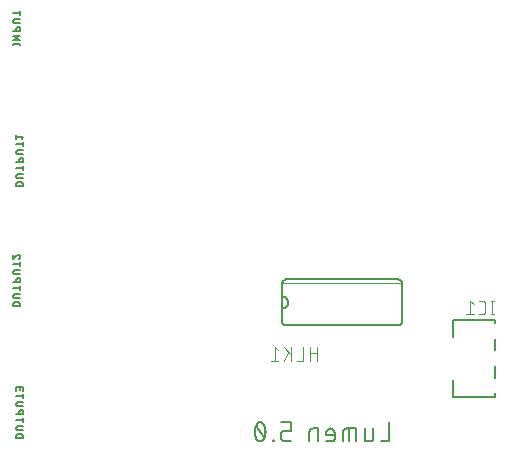
<source format=gbr>
G04 EAGLE Gerber RS-274X export*
G75*
%MOMM*%
%FSLAX34Y34*%
%LPD*%
%INSilkscreen Bottom*%
%IPPOS*%
%AMOC8*
5,1,8,0,0,1.08239X$1,22.5*%
G01*
%ADD10C,0.152400*%
%ADD11C,0.101600*%
%ADD12C,0.050800*%


D10*
X542798Y17018D02*
X542798Y762D01*
X535573Y762D01*
X529420Y3471D02*
X529420Y11599D01*
X529419Y3471D02*
X529417Y3370D01*
X529411Y3269D01*
X529402Y3168D01*
X529389Y3067D01*
X529372Y2967D01*
X529351Y2868D01*
X529327Y2770D01*
X529299Y2673D01*
X529267Y2576D01*
X529232Y2481D01*
X529193Y2388D01*
X529151Y2296D01*
X529105Y2205D01*
X529056Y2116D01*
X529004Y2030D01*
X528948Y1945D01*
X528890Y1862D01*
X528828Y1782D01*
X528763Y1704D01*
X528696Y1628D01*
X528626Y1555D01*
X528553Y1485D01*
X528477Y1418D01*
X528399Y1353D01*
X528319Y1291D01*
X528236Y1233D01*
X528151Y1177D01*
X528065Y1125D01*
X527976Y1076D01*
X527885Y1030D01*
X527793Y988D01*
X527700Y949D01*
X527605Y914D01*
X527508Y882D01*
X527411Y854D01*
X527313Y830D01*
X527214Y809D01*
X527114Y792D01*
X527013Y779D01*
X526912Y770D01*
X526811Y764D01*
X526710Y762D01*
X522195Y762D01*
X522195Y11599D01*
X514553Y11599D02*
X514553Y762D01*
X514553Y11599D02*
X506425Y11599D01*
X506324Y11597D01*
X506223Y11591D01*
X506122Y11582D01*
X506021Y11569D01*
X505921Y11552D01*
X505822Y11531D01*
X505724Y11507D01*
X505627Y11479D01*
X505530Y11447D01*
X505435Y11412D01*
X505342Y11373D01*
X505250Y11331D01*
X505159Y11285D01*
X505071Y11236D01*
X504984Y11184D01*
X504899Y11128D01*
X504816Y11070D01*
X504736Y11008D01*
X504658Y10943D01*
X504582Y10876D01*
X504509Y10806D01*
X504439Y10733D01*
X504372Y10657D01*
X504307Y10579D01*
X504245Y10499D01*
X504187Y10416D01*
X504131Y10331D01*
X504079Y10244D01*
X504030Y10156D01*
X503984Y10065D01*
X503942Y9973D01*
X503903Y9880D01*
X503868Y9785D01*
X503836Y9688D01*
X503808Y9591D01*
X503784Y9493D01*
X503763Y9394D01*
X503746Y9294D01*
X503733Y9193D01*
X503724Y9092D01*
X503718Y8991D01*
X503716Y8890D01*
X503715Y8890D02*
X503715Y762D01*
X509134Y762D02*
X509134Y11599D01*
X493885Y762D02*
X489369Y762D01*
X493885Y762D02*
X493986Y764D01*
X494087Y770D01*
X494188Y779D01*
X494289Y792D01*
X494389Y809D01*
X494488Y830D01*
X494586Y854D01*
X494683Y882D01*
X494780Y914D01*
X494875Y949D01*
X494968Y988D01*
X495060Y1030D01*
X495151Y1076D01*
X495240Y1125D01*
X495326Y1177D01*
X495411Y1233D01*
X495494Y1291D01*
X495574Y1353D01*
X495652Y1418D01*
X495728Y1485D01*
X495801Y1555D01*
X495871Y1628D01*
X495938Y1704D01*
X496003Y1782D01*
X496065Y1862D01*
X496123Y1945D01*
X496179Y2030D01*
X496231Y2116D01*
X496280Y2205D01*
X496326Y2296D01*
X496368Y2388D01*
X496407Y2481D01*
X496442Y2576D01*
X496474Y2673D01*
X496502Y2770D01*
X496526Y2868D01*
X496547Y2967D01*
X496564Y3067D01*
X496577Y3168D01*
X496586Y3269D01*
X496592Y3370D01*
X496594Y3471D01*
X496594Y7987D01*
X496592Y8106D01*
X496586Y8226D01*
X496576Y8345D01*
X496562Y8463D01*
X496545Y8582D01*
X496523Y8699D01*
X496498Y8816D01*
X496468Y8931D01*
X496435Y9046D01*
X496398Y9160D01*
X496358Y9272D01*
X496313Y9383D01*
X496265Y9492D01*
X496214Y9600D01*
X496159Y9706D01*
X496100Y9810D01*
X496038Y9912D01*
X495973Y10012D01*
X495904Y10110D01*
X495832Y10206D01*
X495757Y10299D01*
X495680Y10389D01*
X495599Y10477D01*
X495515Y10562D01*
X495428Y10644D01*
X495339Y10724D01*
X495247Y10800D01*
X495153Y10874D01*
X495056Y10944D01*
X494958Y11011D01*
X494857Y11075D01*
X494753Y11135D01*
X494648Y11192D01*
X494541Y11245D01*
X494433Y11295D01*
X494323Y11341D01*
X494211Y11383D01*
X494098Y11422D01*
X493984Y11457D01*
X493869Y11488D01*
X493752Y11516D01*
X493635Y11539D01*
X493518Y11559D01*
X493399Y11575D01*
X493280Y11587D01*
X493161Y11595D01*
X493042Y11599D01*
X492922Y11599D01*
X492803Y11595D01*
X492684Y11587D01*
X492565Y11575D01*
X492446Y11559D01*
X492329Y11539D01*
X492212Y11516D01*
X492095Y11488D01*
X491980Y11457D01*
X491866Y11422D01*
X491753Y11383D01*
X491641Y11341D01*
X491531Y11295D01*
X491423Y11245D01*
X491316Y11192D01*
X491211Y11135D01*
X491107Y11075D01*
X491006Y11011D01*
X490908Y10944D01*
X490811Y10874D01*
X490717Y10800D01*
X490625Y10724D01*
X490536Y10644D01*
X490449Y10562D01*
X490365Y10477D01*
X490284Y10389D01*
X490207Y10299D01*
X490132Y10206D01*
X490060Y10110D01*
X489991Y10012D01*
X489926Y9912D01*
X489864Y9810D01*
X489805Y9706D01*
X489750Y9600D01*
X489699Y9492D01*
X489651Y9383D01*
X489606Y9272D01*
X489566Y9160D01*
X489529Y9046D01*
X489496Y8931D01*
X489466Y8816D01*
X489441Y8699D01*
X489419Y8582D01*
X489402Y8463D01*
X489388Y8345D01*
X489378Y8226D01*
X489372Y8106D01*
X489370Y7987D01*
X489369Y7987D02*
X489369Y6181D01*
X496594Y6181D01*
X482526Y762D02*
X482526Y11599D01*
X478011Y11599D01*
X477907Y11597D01*
X477804Y11591D01*
X477700Y11581D01*
X477597Y11567D01*
X477495Y11549D01*
X477394Y11528D01*
X477293Y11502D01*
X477194Y11473D01*
X477095Y11440D01*
X476998Y11403D01*
X476903Y11362D01*
X476809Y11318D01*
X476717Y11270D01*
X476627Y11219D01*
X476538Y11164D01*
X476452Y11106D01*
X476369Y11044D01*
X476287Y10980D01*
X476209Y10912D01*
X476133Y10842D01*
X476059Y10769D01*
X475989Y10692D01*
X475921Y10614D01*
X475857Y10532D01*
X475795Y10449D01*
X475737Y10363D01*
X475682Y10274D01*
X475631Y10184D01*
X475583Y10092D01*
X475539Y9998D01*
X475498Y9903D01*
X475461Y9806D01*
X475428Y9707D01*
X475399Y9608D01*
X475373Y9507D01*
X475352Y9406D01*
X475334Y9304D01*
X475320Y9201D01*
X475310Y9097D01*
X475304Y8994D01*
X475302Y8890D01*
X475301Y8890D02*
X475301Y762D01*
X459982Y762D02*
X454564Y762D01*
X454446Y764D01*
X454328Y770D01*
X454210Y779D01*
X454093Y793D01*
X453976Y810D01*
X453859Y831D01*
X453744Y856D01*
X453629Y885D01*
X453515Y918D01*
X453403Y954D01*
X453292Y994D01*
X453182Y1037D01*
X453073Y1084D01*
X452966Y1134D01*
X452861Y1189D01*
X452758Y1246D01*
X452657Y1307D01*
X452557Y1371D01*
X452460Y1438D01*
X452365Y1508D01*
X452273Y1582D01*
X452182Y1658D01*
X452095Y1738D01*
X452010Y1820D01*
X451928Y1905D01*
X451848Y1992D01*
X451772Y2083D01*
X451698Y2175D01*
X451628Y2270D01*
X451561Y2367D01*
X451497Y2467D01*
X451436Y2568D01*
X451379Y2671D01*
X451324Y2776D01*
X451274Y2883D01*
X451227Y2992D01*
X451184Y3102D01*
X451144Y3213D01*
X451108Y3325D01*
X451075Y3439D01*
X451046Y3554D01*
X451021Y3669D01*
X451000Y3786D01*
X450983Y3903D01*
X450969Y4020D01*
X450960Y4138D01*
X450954Y4256D01*
X450952Y4374D01*
X450951Y4374D02*
X450951Y6181D01*
X450952Y6181D02*
X450954Y6299D01*
X450960Y6417D01*
X450969Y6535D01*
X450983Y6652D01*
X451000Y6769D01*
X451021Y6886D01*
X451046Y7001D01*
X451075Y7116D01*
X451108Y7230D01*
X451144Y7342D01*
X451184Y7453D01*
X451227Y7563D01*
X451274Y7672D01*
X451324Y7779D01*
X451379Y7884D01*
X451436Y7987D01*
X451497Y8088D01*
X451561Y8188D01*
X451628Y8285D01*
X451698Y8380D01*
X451772Y8472D01*
X451848Y8563D01*
X451928Y8650D01*
X452010Y8735D01*
X452095Y8817D01*
X452182Y8897D01*
X452273Y8973D01*
X452365Y9047D01*
X452460Y9117D01*
X452557Y9184D01*
X452657Y9248D01*
X452758Y9309D01*
X452861Y9366D01*
X452966Y9421D01*
X453073Y9471D01*
X453182Y9518D01*
X453292Y9561D01*
X453403Y9601D01*
X453515Y9637D01*
X453629Y9670D01*
X453744Y9699D01*
X453859Y9724D01*
X453976Y9745D01*
X454093Y9762D01*
X454210Y9776D01*
X454328Y9785D01*
X454446Y9791D01*
X454564Y9793D01*
X459982Y9793D01*
X459982Y17018D01*
X450951Y17018D01*
X444977Y1665D02*
X444977Y762D01*
X444977Y1665D02*
X444073Y1665D01*
X444073Y762D01*
X444977Y762D01*
X438098Y8890D02*
X438094Y9210D01*
X438083Y9529D01*
X438064Y9849D01*
X438037Y10167D01*
X438003Y10485D01*
X437961Y10802D01*
X437911Y11118D01*
X437854Y11433D01*
X437790Y11746D01*
X437718Y12058D01*
X437639Y12368D01*
X437552Y12675D01*
X437458Y12981D01*
X437357Y13284D01*
X437248Y13585D01*
X437133Y13883D01*
X437010Y14179D01*
X436880Y14471D01*
X436743Y14760D01*
X436744Y14761D02*
X436705Y14869D01*
X436662Y14976D01*
X436616Y15081D01*
X436565Y15185D01*
X436512Y15287D01*
X436455Y15387D01*
X436394Y15485D01*
X436330Y15580D01*
X436263Y15674D01*
X436192Y15765D01*
X436119Y15854D01*
X436042Y15940D01*
X435963Y16023D01*
X435881Y16104D01*
X435796Y16182D01*
X435708Y16256D01*
X435618Y16328D01*
X435526Y16396D01*
X435431Y16462D01*
X435334Y16524D01*
X435235Y16582D01*
X435133Y16638D01*
X435031Y16689D01*
X434926Y16737D01*
X434820Y16782D01*
X434712Y16823D01*
X434603Y16860D01*
X434493Y16893D01*
X434381Y16922D01*
X434269Y16948D01*
X434156Y16970D01*
X434042Y16987D01*
X433928Y17001D01*
X433813Y17011D01*
X433698Y17017D01*
X433583Y17019D01*
X433583Y17018D02*
X433468Y17016D01*
X433353Y17010D01*
X433238Y17000D01*
X433124Y16986D01*
X433010Y16969D01*
X432897Y16947D01*
X432785Y16921D01*
X432673Y16892D01*
X432563Y16859D01*
X432454Y16822D01*
X432346Y16781D01*
X432240Y16736D01*
X432136Y16688D01*
X432033Y16637D01*
X431932Y16581D01*
X431832Y16523D01*
X431735Y16461D01*
X431641Y16396D01*
X431548Y16327D01*
X431458Y16255D01*
X431370Y16181D01*
X431285Y16103D01*
X431203Y16022D01*
X431124Y15939D01*
X431047Y15853D01*
X430974Y15764D01*
X430903Y15673D01*
X430836Y15579D01*
X430772Y15484D01*
X430711Y15386D01*
X430654Y15286D01*
X430601Y15184D01*
X430550Y15080D01*
X430504Y14975D01*
X430461Y14868D01*
X430422Y14760D01*
X430423Y14760D02*
X430286Y14471D01*
X430156Y14179D01*
X430033Y13883D01*
X429918Y13585D01*
X429809Y13284D01*
X429708Y12981D01*
X429614Y12675D01*
X429527Y12368D01*
X429448Y12058D01*
X429376Y11746D01*
X429312Y11433D01*
X429255Y11118D01*
X429205Y10802D01*
X429163Y10485D01*
X429129Y10167D01*
X429102Y9849D01*
X429083Y9529D01*
X429072Y9210D01*
X429068Y8890D01*
X438098Y8890D02*
X438094Y8570D01*
X438083Y8251D01*
X438064Y7931D01*
X438037Y7613D01*
X438003Y7295D01*
X437961Y6978D01*
X437911Y6662D01*
X437854Y6347D01*
X437790Y6034D01*
X437718Y5722D01*
X437639Y5412D01*
X437552Y5105D01*
X437458Y4799D01*
X437357Y4496D01*
X437248Y4195D01*
X437133Y3897D01*
X437010Y3601D01*
X436880Y3309D01*
X436743Y3020D01*
X436744Y3020D02*
X436705Y2912D01*
X436662Y2805D01*
X436616Y2700D01*
X436565Y2596D01*
X436512Y2494D01*
X436455Y2394D01*
X436394Y2296D01*
X436330Y2201D01*
X436263Y2107D01*
X436192Y2016D01*
X436119Y1927D01*
X436042Y1841D01*
X435963Y1758D01*
X435881Y1677D01*
X435796Y1599D01*
X435708Y1525D01*
X435618Y1453D01*
X435525Y1384D01*
X435431Y1319D01*
X435334Y1257D01*
X435234Y1199D01*
X435133Y1143D01*
X435031Y1092D01*
X434926Y1044D01*
X434820Y999D01*
X434712Y958D01*
X434603Y921D01*
X434493Y888D01*
X434381Y859D01*
X434269Y833D01*
X434156Y811D01*
X434042Y794D01*
X433928Y780D01*
X433813Y770D01*
X433698Y764D01*
X433583Y762D01*
X430423Y3020D02*
X430286Y3309D01*
X430156Y3601D01*
X430033Y3897D01*
X429918Y4195D01*
X429809Y4496D01*
X429708Y4799D01*
X429614Y5105D01*
X429527Y5412D01*
X429448Y5722D01*
X429376Y6034D01*
X429312Y6347D01*
X429255Y6662D01*
X429205Y6978D01*
X429163Y7295D01*
X429129Y7613D01*
X429102Y7931D01*
X429083Y8251D01*
X429072Y8570D01*
X429068Y8890D01*
X430422Y3020D02*
X430461Y2912D01*
X430504Y2805D01*
X430550Y2700D01*
X430601Y2596D01*
X430654Y2494D01*
X430712Y2394D01*
X430772Y2296D01*
X430836Y2201D01*
X430903Y2107D01*
X430974Y2016D01*
X431047Y1927D01*
X431124Y1841D01*
X431203Y1758D01*
X431285Y1677D01*
X431370Y1599D01*
X431458Y1525D01*
X431548Y1453D01*
X431641Y1384D01*
X431735Y1319D01*
X431832Y1257D01*
X431932Y1199D01*
X432033Y1143D01*
X432136Y1092D01*
X432240Y1044D01*
X432346Y999D01*
X432454Y958D01*
X432563Y921D01*
X432673Y888D01*
X432785Y859D01*
X432897Y833D01*
X433010Y811D01*
X433124Y794D01*
X433238Y780D01*
X433353Y770D01*
X433468Y764D01*
X433583Y762D01*
X437196Y4374D02*
X429971Y13406D01*
D11*
X482092Y69088D02*
X482092Y80772D01*
X482092Y75579D02*
X475601Y75579D01*
X475601Y80772D02*
X475601Y69088D01*
X469877Y69088D02*
X469877Y80772D01*
X469877Y69088D02*
X464685Y69088D01*
X459825Y69088D02*
X459825Y80772D01*
X453334Y80772D02*
X459825Y73632D01*
X457228Y76228D02*
X453334Y69088D01*
X448945Y78176D02*
X445700Y80772D01*
X445700Y69088D01*
X448945Y69088D02*
X442454Y69088D01*
D10*
X597180Y38620D02*
X632180Y38620D01*
X632180Y41520D01*
X632180Y54720D02*
X632180Y64520D01*
X632180Y77720D02*
X632180Y87520D01*
X632180Y100720D02*
X632180Y103620D01*
X597180Y103620D01*
X597180Y89220D01*
X597180Y53020D02*
X597180Y38620D01*
D11*
X629874Y108128D02*
X629874Y119812D01*
X631172Y108128D02*
X628576Y108128D01*
X628576Y119812D02*
X631172Y119812D01*
X621412Y108128D02*
X618816Y108128D01*
X621412Y108128D02*
X621511Y108130D01*
X621611Y108136D01*
X621710Y108145D01*
X621808Y108158D01*
X621906Y108175D01*
X622004Y108196D01*
X622100Y108221D01*
X622195Y108249D01*
X622289Y108281D01*
X622382Y108316D01*
X622474Y108355D01*
X622564Y108398D01*
X622652Y108443D01*
X622739Y108493D01*
X622823Y108545D01*
X622906Y108601D01*
X622986Y108659D01*
X623064Y108721D01*
X623139Y108786D01*
X623212Y108854D01*
X623282Y108924D01*
X623350Y108997D01*
X623415Y109072D01*
X623477Y109150D01*
X623535Y109230D01*
X623591Y109313D01*
X623643Y109397D01*
X623693Y109484D01*
X623738Y109572D01*
X623781Y109662D01*
X623820Y109754D01*
X623855Y109847D01*
X623887Y109941D01*
X623915Y110036D01*
X623940Y110132D01*
X623961Y110230D01*
X623978Y110328D01*
X623991Y110426D01*
X624000Y110525D01*
X624006Y110625D01*
X624008Y110724D01*
X624009Y110724D02*
X624009Y117216D01*
X624008Y117216D02*
X624006Y117315D01*
X624000Y117415D01*
X623991Y117514D01*
X623978Y117612D01*
X623961Y117710D01*
X623940Y117808D01*
X623915Y117904D01*
X623887Y117999D01*
X623855Y118093D01*
X623820Y118186D01*
X623781Y118278D01*
X623738Y118368D01*
X623693Y118456D01*
X623643Y118543D01*
X623591Y118627D01*
X623535Y118710D01*
X623477Y118790D01*
X623415Y118868D01*
X623350Y118943D01*
X623282Y119016D01*
X623212Y119086D01*
X623139Y119154D01*
X623064Y119219D01*
X622986Y119281D01*
X622906Y119339D01*
X622823Y119395D01*
X622739Y119447D01*
X622652Y119497D01*
X622564Y119542D01*
X622474Y119585D01*
X622382Y119624D01*
X622289Y119659D01*
X622195Y119691D01*
X622100Y119719D01*
X622004Y119744D01*
X621906Y119765D01*
X621808Y119782D01*
X621710Y119795D01*
X621611Y119804D01*
X621511Y119810D01*
X621412Y119812D01*
X618816Y119812D01*
X614450Y117216D02*
X611205Y119812D01*
X611205Y108128D01*
X614450Y108128D02*
X607959Y108128D01*
D10*
X549910Y98806D02*
X455930Y98806D01*
X549910Y137922D02*
X550032Y137920D01*
X550154Y137914D01*
X550276Y137904D01*
X550397Y137891D01*
X550518Y137873D01*
X550638Y137852D01*
X550758Y137826D01*
X550876Y137797D01*
X550994Y137765D01*
X551111Y137728D01*
X551226Y137688D01*
X551340Y137644D01*
X551452Y137596D01*
X551563Y137545D01*
X551672Y137490D01*
X551780Y137432D01*
X551885Y137370D01*
X551988Y137305D01*
X552090Y137237D01*
X552189Y137165D01*
X552285Y137091D01*
X552380Y137013D01*
X552471Y136932D01*
X552561Y136849D01*
X552647Y136763D01*
X552730Y136673D01*
X552811Y136582D01*
X552889Y136487D01*
X552963Y136391D01*
X553035Y136292D01*
X553103Y136190D01*
X553168Y136087D01*
X553230Y135982D01*
X553288Y135874D01*
X553343Y135765D01*
X553394Y135654D01*
X553442Y135542D01*
X553486Y135428D01*
X553526Y135313D01*
X553563Y135196D01*
X553595Y135078D01*
X553624Y134960D01*
X553650Y134840D01*
X553671Y134720D01*
X553689Y134599D01*
X553702Y134478D01*
X553712Y134356D01*
X553718Y134234D01*
X553720Y134112D01*
X455930Y98806D02*
X455808Y98808D01*
X455686Y98814D01*
X455564Y98824D01*
X455443Y98837D01*
X455322Y98855D01*
X455202Y98876D01*
X455082Y98902D01*
X454964Y98931D01*
X454846Y98963D01*
X454729Y99000D01*
X454614Y99040D01*
X454500Y99084D01*
X454388Y99132D01*
X454277Y99183D01*
X454168Y99238D01*
X454060Y99296D01*
X453955Y99358D01*
X453852Y99423D01*
X453750Y99491D01*
X453651Y99563D01*
X453555Y99637D01*
X453460Y99715D01*
X453369Y99796D01*
X453279Y99879D01*
X453193Y99965D01*
X453110Y100055D01*
X453029Y100146D01*
X452951Y100241D01*
X452877Y100337D01*
X452805Y100436D01*
X452737Y100538D01*
X452672Y100641D01*
X452610Y100746D01*
X452552Y100854D01*
X452497Y100963D01*
X452446Y101074D01*
X452398Y101186D01*
X452354Y101300D01*
X452314Y101415D01*
X452277Y101532D01*
X452245Y101650D01*
X452216Y101768D01*
X452190Y101888D01*
X452169Y102008D01*
X452151Y102129D01*
X452138Y102250D01*
X452128Y102372D01*
X452122Y102494D01*
X452120Y102616D01*
X549910Y98806D02*
X550032Y98808D01*
X550154Y98814D01*
X550276Y98824D01*
X550397Y98837D01*
X550518Y98855D01*
X550638Y98876D01*
X550758Y98902D01*
X550876Y98931D01*
X550994Y98963D01*
X551111Y99000D01*
X551226Y99040D01*
X551340Y99084D01*
X551452Y99132D01*
X551563Y99183D01*
X551672Y99238D01*
X551780Y99296D01*
X551885Y99358D01*
X551988Y99423D01*
X552090Y99491D01*
X552189Y99563D01*
X552285Y99637D01*
X552380Y99715D01*
X552471Y99796D01*
X552561Y99879D01*
X552647Y99965D01*
X552730Y100055D01*
X552811Y100146D01*
X552889Y100241D01*
X552963Y100337D01*
X553035Y100436D01*
X553103Y100538D01*
X553168Y100641D01*
X553230Y100746D01*
X553288Y100854D01*
X553343Y100963D01*
X553394Y101074D01*
X553442Y101186D01*
X553486Y101300D01*
X553526Y101415D01*
X553563Y101532D01*
X553595Y101650D01*
X553624Y101768D01*
X553650Y101888D01*
X553671Y102008D01*
X553689Y102129D01*
X553702Y102250D01*
X553712Y102372D01*
X553718Y102494D01*
X553720Y102616D01*
X455930Y137922D02*
X455808Y137920D01*
X455686Y137914D01*
X455564Y137904D01*
X455443Y137891D01*
X455322Y137873D01*
X455202Y137852D01*
X455082Y137826D01*
X454964Y137797D01*
X454846Y137765D01*
X454729Y137728D01*
X454614Y137688D01*
X454500Y137644D01*
X454388Y137596D01*
X454277Y137545D01*
X454168Y137490D01*
X454060Y137432D01*
X453955Y137370D01*
X453852Y137305D01*
X453750Y137237D01*
X453651Y137165D01*
X453555Y137091D01*
X453460Y137013D01*
X453369Y136932D01*
X453279Y136849D01*
X453193Y136763D01*
X453110Y136673D01*
X453029Y136582D01*
X452951Y136487D01*
X452877Y136391D01*
X452805Y136292D01*
X452737Y136190D01*
X452672Y136087D01*
X452610Y135982D01*
X452552Y135874D01*
X452497Y135765D01*
X452446Y135654D01*
X452398Y135542D01*
X452354Y135428D01*
X452314Y135313D01*
X452277Y135196D01*
X452245Y135078D01*
X452216Y134960D01*
X452190Y134840D01*
X452169Y134720D01*
X452151Y134599D01*
X452138Y134478D01*
X452128Y134356D01*
X452122Y134234D01*
X452120Y134112D01*
X455930Y137922D02*
X549910Y137922D01*
X553720Y134112D02*
X553720Y102616D01*
X452120Y102616D02*
X452120Y134112D01*
X452120Y123444D02*
X452261Y123442D01*
X452402Y123436D01*
X452543Y123426D01*
X452684Y123413D01*
X452824Y123395D01*
X452963Y123373D01*
X453102Y123348D01*
X453241Y123319D01*
X453378Y123286D01*
X453514Y123249D01*
X453649Y123208D01*
X453784Y123164D01*
X453916Y123116D01*
X454048Y123064D01*
X454178Y123009D01*
X454306Y122950D01*
X454433Y122887D01*
X454557Y122821D01*
X454680Y122752D01*
X454801Y122679D01*
X454920Y122603D01*
X455037Y122523D01*
X455151Y122440D01*
X455264Y122355D01*
X455373Y122266D01*
X455481Y122174D01*
X455585Y122079D01*
X455687Y121981D01*
X455786Y121880D01*
X455883Y121777D01*
X455976Y121671D01*
X456066Y121563D01*
X456154Y121452D01*
X456238Y121339D01*
X456319Y121223D01*
X456397Y121105D01*
X456472Y120985D01*
X456543Y120863D01*
X456611Y120739D01*
X456675Y120613D01*
X456736Y120486D01*
X456793Y120357D01*
X456846Y120226D01*
X456896Y120094D01*
X456943Y119961D01*
X456985Y119826D01*
X457024Y119690D01*
X457059Y119553D01*
X457090Y119416D01*
X457117Y119277D01*
X457141Y119138D01*
X457160Y118998D01*
X457176Y118858D01*
X457188Y118717D01*
X457196Y118576D01*
X457200Y118435D01*
X457200Y118293D01*
X457196Y118152D01*
X457188Y118011D01*
X457176Y117870D01*
X457160Y117730D01*
X457141Y117590D01*
X457117Y117451D01*
X457090Y117312D01*
X457059Y117175D01*
X457024Y117038D01*
X456985Y116902D01*
X456943Y116767D01*
X456896Y116634D01*
X456846Y116502D01*
X456793Y116371D01*
X456736Y116242D01*
X456675Y116115D01*
X456611Y115989D01*
X456543Y115865D01*
X456472Y115743D01*
X456397Y115623D01*
X456319Y115505D01*
X456238Y115389D01*
X456154Y115276D01*
X456066Y115165D01*
X455976Y115057D01*
X455883Y114951D01*
X455786Y114848D01*
X455687Y114747D01*
X455585Y114649D01*
X455481Y114554D01*
X455373Y114462D01*
X455264Y114373D01*
X455151Y114288D01*
X455037Y114205D01*
X454920Y114125D01*
X454801Y114049D01*
X454680Y113976D01*
X454557Y113907D01*
X454433Y113841D01*
X454306Y113778D01*
X454178Y113719D01*
X454048Y113664D01*
X453916Y113612D01*
X453784Y113564D01*
X453649Y113520D01*
X453514Y113479D01*
X453378Y113442D01*
X453241Y113409D01*
X453102Y113380D01*
X452963Y113355D01*
X452824Y113333D01*
X452684Y113315D01*
X452543Y113302D01*
X452402Y113292D01*
X452261Y113286D01*
X452120Y113284D01*
D12*
X452120Y134366D02*
X553720Y134366D01*
D10*
X230378Y336719D02*
X224282Y336719D01*
X224282Y336042D02*
X224282Y337397D01*
X230378Y337397D02*
X230378Y336042D01*
X230378Y340741D02*
X224282Y340741D01*
X224282Y344128D02*
X230378Y340741D01*
X230378Y344128D02*
X224282Y344128D01*
X224282Y348234D02*
X230378Y348234D01*
X230378Y349927D01*
X230376Y350008D01*
X230370Y350088D01*
X230361Y350168D01*
X230347Y350247D01*
X230330Y350326D01*
X230309Y350404D01*
X230285Y350481D01*
X230257Y350556D01*
X230225Y350630D01*
X230190Y350703D01*
X230151Y350774D01*
X230109Y350842D01*
X230064Y350909D01*
X230016Y350974D01*
X229964Y351036D01*
X229910Y351095D01*
X229853Y351152D01*
X229794Y351206D01*
X229732Y351258D01*
X229667Y351306D01*
X229600Y351351D01*
X229532Y351393D01*
X229461Y351432D01*
X229388Y351467D01*
X229314Y351499D01*
X229239Y351527D01*
X229162Y351551D01*
X229084Y351572D01*
X229005Y351589D01*
X228926Y351603D01*
X228846Y351612D01*
X228766Y351618D01*
X228685Y351620D01*
X228604Y351618D01*
X228524Y351612D01*
X228444Y351603D01*
X228365Y351589D01*
X228286Y351572D01*
X228208Y351551D01*
X228131Y351527D01*
X228056Y351499D01*
X227982Y351467D01*
X227909Y351432D01*
X227839Y351393D01*
X227770Y351351D01*
X227703Y351306D01*
X227638Y351258D01*
X227576Y351206D01*
X227517Y351152D01*
X227460Y351095D01*
X227406Y351036D01*
X227354Y350974D01*
X227306Y350909D01*
X227261Y350842D01*
X227219Y350774D01*
X227180Y350703D01*
X227145Y350630D01*
X227113Y350556D01*
X227085Y350481D01*
X227061Y350404D01*
X227040Y350326D01*
X227023Y350247D01*
X227009Y350168D01*
X227000Y350088D01*
X226994Y350008D01*
X226992Y349927D01*
X226991Y349927D02*
X226991Y348234D01*
X225975Y354914D02*
X230378Y354914D01*
X225975Y354914D02*
X225894Y354916D01*
X225814Y354922D01*
X225734Y354931D01*
X225655Y354945D01*
X225576Y354962D01*
X225498Y354983D01*
X225421Y355007D01*
X225346Y355035D01*
X225272Y355067D01*
X225199Y355102D01*
X225129Y355141D01*
X225060Y355183D01*
X224993Y355228D01*
X224928Y355276D01*
X224866Y355328D01*
X224807Y355382D01*
X224750Y355439D01*
X224696Y355498D01*
X224644Y355560D01*
X224596Y355625D01*
X224551Y355692D01*
X224509Y355761D01*
X224470Y355831D01*
X224435Y355904D01*
X224403Y355978D01*
X224375Y356053D01*
X224351Y356130D01*
X224330Y356208D01*
X224313Y356287D01*
X224299Y356366D01*
X224290Y356446D01*
X224284Y356526D01*
X224282Y356607D01*
X224284Y356688D01*
X224290Y356768D01*
X224299Y356848D01*
X224313Y356927D01*
X224330Y357006D01*
X224351Y357084D01*
X224375Y357161D01*
X224403Y357236D01*
X224435Y357310D01*
X224470Y357383D01*
X224509Y357454D01*
X224551Y357522D01*
X224596Y357589D01*
X224644Y357654D01*
X224696Y357716D01*
X224750Y357775D01*
X224807Y357832D01*
X224866Y357886D01*
X224928Y357938D01*
X224993Y357986D01*
X225060Y358031D01*
X225129Y358073D01*
X225199Y358112D01*
X225272Y358147D01*
X225346Y358179D01*
X225421Y358207D01*
X225498Y358231D01*
X225576Y358252D01*
X225655Y358269D01*
X225734Y358283D01*
X225814Y358292D01*
X225894Y358298D01*
X225975Y358300D01*
X225975Y358301D02*
X230378Y358301D01*
X230378Y363237D02*
X224282Y363237D01*
X230378Y361543D02*
X230378Y364930D01*
X231225Y216662D02*
X228515Y216662D01*
X231225Y216662D02*
X231306Y216664D01*
X231386Y216670D01*
X231466Y216679D01*
X231545Y216693D01*
X231624Y216710D01*
X231702Y216731D01*
X231779Y216755D01*
X231854Y216783D01*
X231928Y216815D01*
X232001Y216850D01*
X232072Y216889D01*
X232140Y216931D01*
X232207Y216976D01*
X232272Y217024D01*
X232334Y217076D01*
X232393Y217130D01*
X232450Y217187D01*
X232504Y217246D01*
X232556Y217308D01*
X232604Y217373D01*
X232649Y217440D01*
X232691Y217509D01*
X232730Y217579D01*
X232765Y217652D01*
X232797Y217726D01*
X232825Y217801D01*
X232849Y217878D01*
X232870Y217956D01*
X232887Y218035D01*
X232901Y218114D01*
X232910Y218194D01*
X232916Y218274D01*
X232918Y218355D01*
X232916Y218436D01*
X232910Y218516D01*
X232901Y218596D01*
X232887Y218675D01*
X232870Y218754D01*
X232849Y218832D01*
X232825Y218909D01*
X232797Y218984D01*
X232765Y219058D01*
X232730Y219131D01*
X232691Y219202D01*
X232649Y219270D01*
X232604Y219337D01*
X232556Y219402D01*
X232504Y219464D01*
X232450Y219523D01*
X232393Y219580D01*
X232334Y219634D01*
X232272Y219686D01*
X232207Y219734D01*
X232140Y219779D01*
X232071Y219821D01*
X232001Y219860D01*
X231928Y219895D01*
X231854Y219927D01*
X231779Y219955D01*
X231702Y219979D01*
X231624Y220000D01*
X231545Y220017D01*
X231466Y220031D01*
X231386Y220040D01*
X231306Y220046D01*
X231225Y220048D01*
X231225Y220049D02*
X228515Y220049D01*
X228515Y220048D02*
X228434Y220046D01*
X228354Y220040D01*
X228274Y220031D01*
X228195Y220017D01*
X228116Y220000D01*
X228038Y219979D01*
X227961Y219955D01*
X227886Y219927D01*
X227812Y219895D01*
X227739Y219860D01*
X227669Y219821D01*
X227600Y219779D01*
X227533Y219734D01*
X227468Y219686D01*
X227406Y219634D01*
X227347Y219580D01*
X227290Y219523D01*
X227236Y219464D01*
X227184Y219402D01*
X227136Y219337D01*
X227091Y219270D01*
X227049Y219202D01*
X227010Y219131D01*
X226975Y219058D01*
X226943Y218984D01*
X226915Y218909D01*
X226891Y218832D01*
X226870Y218754D01*
X226853Y218675D01*
X226839Y218596D01*
X226830Y218516D01*
X226824Y218436D01*
X226822Y218355D01*
X226824Y218274D01*
X226830Y218194D01*
X226839Y218114D01*
X226853Y218035D01*
X226870Y217956D01*
X226891Y217878D01*
X226915Y217801D01*
X226943Y217726D01*
X226975Y217652D01*
X227010Y217579D01*
X227049Y217509D01*
X227091Y217440D01*
X227136Y217373D01*
X227184Y217308D01*
X227236Y217246D01*
X227290Y217187D01*
X227347Y217130D01*
X227406Y217076D01*
X227468Y217024D01*
X227533Y216976D01*
X227600Y216931D01*
X227669Y216889D01*
X227739Y216850D01*
X227812Y216815D01*
X227886Y216783D01*
X227961Y216755D01*
X228038Y216731D01*
X228116Y216710D01*
X228195Y216693D01*
X228274Y216679D01*
X228354Y216670D01*
X228434Y216664D01*
X228515Y216662D01*
X228515Y223749D02*
X232918Y223749D01*
X228515Y223749D02*
X228434Y223751D01*
X228354Y223757D01*
X228274Y223766D01*
X228195Y223780D01*
X228116Y223797D01*
X228038Y223818D01*
X227961Y223842D01*
X227886Y223870D01*
X227812Y223902D01*
X227739Y223937D01*
X227669Y223976D01*
X227600Y224018D01*
X227533Y224063D01*
X227468Y224111D01*
X227406Y224163D01*
X227347Y224217D01*
X227290Y224274D01*
X227236Y224333D01*
X227184Y224395D01*
X227136Y224460D01*
X227091Y224527D01*
X227049Y224596D01*
X227010Y224666D01*
X226975Y224739D01*
X226943Y224813D01*
X226915Y224888D01*
X226891Y224965D01*
X226870Y225043D01*
X226853Y225122D01*
X226839Y225201D01*
X226830Y225281D01*
X226824Y225361D01*
X226822Y225442D01*
X226824Y225523D01*
X226830Y225603D01*
X226839Y225683D01*
X226853Y225762D01*
X226870Y225841D01*
X226891Y225919D01*
X226915Y225996D01*
X226943Y226071D01*
X226975Y226145D01*
X227010Y226218D01*
X227049Y226289D01*
X227091Y226357D01*
X227136Y226424D01*
X227184Y226489D01*
X227236Y226551D01*
X227290Y226610D01*
X227347Y226667D01*
X227406Y226721D01*
X227468Y226773D01*
X227533Y226821D01*
X227600Y226866D01*
X227669Y226908D01*
X227739Y226947D01*
X227812Y226982D01*
X227886Y227014D01*
X227961Y227042D01*
X228038Y227066D01*
X228116Y227087D01*
X228195Y227104D01*
X228274Y227118D01*
X228354Y227127D01*
X228434Y227133D01*
X228515Y227135D01*
X232918Y227135D01*
X232918Y232071D02*
X226822Y232071D01*
X232918Y230378D02*
X232918Y233765D01*
X232918Y237185D02*
X226822Y237185D01*
X232918Y237185D02*
X232918Y238878D01*
X232916Y238959D01*
X232910Y239039D01*
X232901Y239119D01*
X232887Y239198D01*
X232870Y239277D01*
X232849Y239355D01*
X232825Y239432D01*
X232797Y239507D01*
X232765Y239581D01*
X232730Y239654D01*
X232691Y239725D01*
X232649Y239793D01*
X232604Y239860D01*
X232556Y239925D01*
X232504Y239987D01*
X232450Y240046D01*
X232393Y240103D01*
X232334Y240157D01*
X232272Y240209D01*
X232207Y240257D01*
X232140Y240302D01*
X232072Y240344D01*
X232001Y240383D01*
X231928Y240418D01*
X231854Y240450D01*
X231779Y240478D01*
X231702Y240502D01*
X231624Y240523D01*
X231545Y240540D01*
X231466Y240554D01*
X231386Y240563D01*
X231306Y240569D01*
X231225Y240571D01*
X231144Y240569D01*
X231064Y240563D01*
X230984Y240554D01*
X230905Y240540D01*
X230826Y240523D01*
X230748Y240502D01*
X230671Y240478D01*
X230596Y240450D01*
X230522Y240418D01*
X230449Y240383D01*
X230379Y240344D01*
X230310Y240302D01*
X230243Y240257D01*
X230178Y240209D01*
X230116Y240157D01*
X230057Y240103D01*
X230000Y240046D01*
X229946Y239987D01*
X229894Y239925D01*
X229846Y239860D01*
X229801Y239793D01*
X229759Y239725D01*
X229720Y239654D01*
X229685Y239581D01*
X229653Y239507D01*
X229625Y239432D01*
X229601Y239355D01*
X229580Y239277D01*
X229563Y239198D01*
X229549Y239119D01*
X229540Y239039D01*
X229534Y238959D01*
X229532Y238878D01*
X229531Y238878D02*
X229531Y237185D01*
X228515Y243865D02*
X232918Y243865D01*
X228515Y243866D02*
X228434Y243868D01*
X228354Y243874D01*
X228274Y243883D01*
X228195Y243897D01*
X228116Y243914D01*
X228038Y243935D01*
X227961Y243959D01*
X227886Y243987D01*
X227812Y244019D01*
X227739Y244054D01*
X227669Y244093D01*
X227600Y244135D01*
X227533Y244180D01*
X227468Y244228D01*
X227406Y244280D01*
X227347Y244334D01*
X227290Y244391D01*
X227236Y244450D01*
X227184Y244512D01*
X227136Y244577D01*
X227091Y244644D01*
X227049Y244713D01*
X227010Y244783D01*
X226975Y244856D01*
X226943Y244930D01*
X226915Y245005D01*
X226891Y245082D01*
X226870Y245160D01*
X226853Y245239D01*
X226839Y245318D01*
X226830Y245398D01*
X226824Y245478D01*
X226822Y245559D01*
X226824Y245640D01*
X226830Y245720D01*
X226839Y245800D01*
X226853Y245879D01*
X226870Y245958D01*
X226891Y246036D01*
X226915Y246113D01*
X226943Y246188D01*
X226975Y246262D01*
X227010Y246335D01*
X227049Y246406D01*
X227091Y246474D01*
X227136Y246541D01*
X227184Y246606D01*
X227236Y246668D01*
X227290Y246727D01*
X227347Y246784D01*
X227406Y246838D01*
X227468Y246890D01*
X227533Y246938D01*
X227600Y246983D01*
X227669Y247025D01*
X227739Y247064D01*
X227812Y247099D01*
X227886Y247131D01*
X227961Y247159D01*
X228038Y247183D01*
X228116Y247204D01*
X228195Y247221D01*
X228274Y247235D01*
X228354Y247244D01*
X228434Y247250D01*
X228515Y247252D01*
X232918Y247252D01*
X232918Y252188D02*
X226822Y252188D01*
X232918Y250495D02*
X232918Y253881D01*
X231563Y256895D02*
X232918Y258589D01*
X226822Y258589D01*
X226822Y260282D02*
X226822Y256895D01*
X225975Y115062D02*
X228685Y115062D01*
X228766Y115064D01*
X228846Y115070D01*
X228926Y115079D01*
X229005Y115093D01*
X229084Y115110D01*
X229162Y115131D01*
X229239Y115155D01*
X229314Y115183D01*
X229388Y115215D01*
X229461Y115250D01*
X229532Y115289D01*
X229600Y115331D01*
X229667Y115376D01*
X229732Y115424D01*
X229794Y115476D01*
X229853Y115530D01*
X229910Y115587D01*
X229964Y115646D01*
X230016Y115708D01*
X230064Y115773D01*
X230109Y115840D01*
X230151Y115909D01*
X230190Y115979D01*
X230225Y116052D01*
X230257Y116126D01*
X230285Y116201D01*
X230309Y116278D01*
X230330Y116356D01*
X230347Y116435D01*
X230361Y116514D01*
X230370Y116594D01*
X230376Y116674D01*
X230378Y116755D01*
X230376Y116836D01*
X230370Y116916D01*
X230361Y116996D01*
X230347Y117075D01*
X230330Y117154D01*
X230309Y117232D01*
X230285Y117309D01*
X230257Y117384D01*
X230225Y117458D01*
X230190Y117531D01*
X230151Y117602D01*
X230109Y117670D01*
X230064Y117737D01*
X230016Y117802D01*
X229964Y117864D01*
X229910Y117923D01*
X229853Y117980D01*
X229794Y118034D01*
X229732Y118086D01*
X229667Y118134D01*
X229600Y118179D01*
X229531Y118221D01*
X229461Y118260D01*
X229388Y118295D01*
X229314Y118327D01*
X229239Y118355D01*
X229162Y118379D01*
X229084Y118400D01*
X229005Y118417D01*
X228926Y118431D01*
X228846Y118440D01*
X228766Y118446D01*
X228685Y118448D01*
X228685Y118449D02*
X225975Y118449D01*
X225975Y118448D02*
X225894Y118446D01*
X225814Y118440D01*
X225734Y118431D01*
X225655Y118417D01*
X225576Y118400D01*
X225498Y118379D01*
X225421Y118355D01*
X225346Y118327D01*
X225272Y118295D01*
X225199Y118260D01*
X225129Y118221D01*
X225060Y118179D01*
X224993Y118134D01*
X224928Y118086D01*
X224866Y118034D01*
X224807Y117980D01*
X224750Y117923D01*
X224696Y117864D01*
X224644Y117802D01*
X224596Y117737D01*
X224551Y117670D01*
X224509Y117602D01*
X224470Y117531D01*
X224435Y117458D01*
X224403Y117384D01*
X224375Y117309D01*
X224351Y117232D01*
X224330Y117154D01*
X224313Y117075D01*
X224299Y116996D01*
X224290Y116916D01*
X224284Y116836D01*
X224282Y116755D01*
X224284Y116674D01*
X224290Y116594D01*
X224299Y116514D01*
X224313Y116435D01*
X224330Y116356D01*
X224351Y116278D01*
X224375Y116201D01*
X224403Y116126D01*
X224435Y116052D01*
X224470Y115979D01*
X224509Y115909D01*
X224551Y115840D01*
X224596Y115773D01*
X224644Y115708D01*
X224696Y115646D01*
X224750Y115587D01*
X224807Y115530D01*
X224866Y115476D01*
X224928Y115424D01*
X224993Y115376D01*
X225060Y115331D01*
X225129Y115289D01*
X225199Y115250D01*
X225272Y115215D01*
X225346Y115183D01*
X225421Y115155D01*
X225498Y115131D01*
X225576Y115110D01*
X225655Y115093D01*
X225734Y115079D01*
X225814Y115070D01*
X225894Y115064D01*
X225975Y115062D01*
X225975Y122149D02*
X230378Y122149D01*
X225975Y122149D02*
X225894Y122151D01*
X225814Y122157D01*
X225734Y122166D01*
X225655Y122180D01*
X225576Y122197D01*
X225498Y122218D01*
X225421Y122242D01*
X225346Y122270D01*
X225272Y122302D01*
X225199Y122337D01*
X225129Y122376D01*
X225060Y122418D01*
X224993Y122463D01*
X224928Y122511D01*
X224866Y122563D01*
X224807Y122617D01*
X224750Y122674D01*
X224696Y122733D01*
X224644Y122795D01*
X224596Y122860D01*
X224551Y122927D01*
X224509Y122996D01*
X224470Y123066D01*
X224435Y123139D01*
X224403Y123213D01*
X224375Y123288D01*
X224351Y123365D01*
X224330Y123443D01*
X224313Y123522D01*
X224299Y123601D01*
X224290Y123681D01*
X224284Y123761D01*
X224282Y123842D01*
X224284Y123923D01*
X224290Y124003D01*
X224299Y124083D01*
X224313Y124162D01*
X224330Y124241D01*
X224351Y124319D01*
X224375Y124396D01*
X224403Y124471D01*
X224435Y124545D01*
X224470Y124618D01*
X224509Y124689D01*
X224551Y124757D01*
X224596Y124824D01*
X224644Y124889D01*
X224696Y124951D01*
X224750Y125010D01*
X224807Y125067D01*
X224866Y125121D01*
X224928Y125173D01*
X224993Y125221D01*
X225060Y125266D01*
X225129Y125308D01*
X225199Y125347D01*
X225272Y125382D01*
X225346Y125414D01*
X225421Y125442D01*
X225498Y125466D01*
X225576Y125487D01*
X225655Y125504D01*
X225734Y125518D01*
X225814Y125527D01*
X225894Y125533D01*
X225975Y125535D01*
X230378Y125535D01*
X230378Y130471D02*
X224282Y130471D01*
X230378Y128778D02*
X230378Y132165D01*
X230378Y135585D02*
X224282Y135585D01*
X230378Y135585D02*
X230378Y137278D01*
X230376Y137359D01*
X230370Y137439D01*
X230361Y137519D01*
X230347Y137598D01*
X230330Y137677D01*
X230309Y137755D01*
X230285Y137832D01*
X230257Y137907D01*
X230225Y137981D01*
X230190Y138054D01*
X230151Y138125D01*
X230109Y138193D01*
X230064Y138260D01*
X230016Y138325D01*
X229964Y138387D01*
X229910Y138446D01*
X229853Y138503D01*
X229794Y138557D01*
X229732Y138609D01*
X229667Y138657D01*
X229600Y138702D01*
X229532Y138744D01*
X229461Y138783D01*
X229388Y138818D01*
X229314Y138850D01*
X229239Y138878D01*
X229162Y138902D01*
X229084Y138923D01*
X229005Y138940D01*
X228926Y138954D01*
X228846Y138963D01*
X228766Y138969D01*
X228685Y138971D01*
X228604Y138969D01*
X228524Y138963D01*
X228444Y138954D01*
X228365Y138940D01*
X228286Y138923D01*
X228208Y138902D01*
X228131Y138878D01*
X228056Y138850D01*
X227982Y138818D01*
X227909Y138783D01*
X227839Y138744D01*
X227770Y138702D01*
X227703Y138657D01*
X227638Y138609D01*
X227576Y138557D01*
X227517Y138503D01*
X227460Y138446D01*
X227406Y138387D01*
X227354Y138325D01*
X227306Y138260D01*
X227261Y138193D01*
X227219Y138125D01*
X227180Y138054D01*
X227145Y137981D01*
X227113Y137907D01*
X227085Y137832D01*
X227061Y137755D01*
X227040Y137677D01*
X227023Y137598D01*
X227009Y137519D01*
X227000Y137439D01*
X226994Y137359D01*
X226992Y137278D01*
X226991Y137278D02*
X226991Y135585D01*
X225975Y142265D02*
X230378Y142265D01*
X225975Y142266D02*
X225894Y142268D01*
X225814Y142274D01*
X225734Y142283D01*
X225655Y142297D01*
X225576Y142314D01*
X225498Y142335D01*
X225421Y142359D01*
X225346Y142387D01*
X225272Y142419D01*
X225199Y142454D01*
X225129Y142493D01*
X225060Y142535D01*
X224993Y142580D01*
X224928Y142628D01*
X224866Y142680D01*
X224807Y142734D01*
X224750Y142791D01*
X224696Y142850D01*
X224644Y142912D01*
X224596Y142977D01*
X224551Y143044D01*
X224509Y143113D01*
X224470Y143183D01*
X224435Y143256D01*
X224403Y143330D01*
X224375Y143405D01*
X224351Y143482D01*
X224330Y143560D01*
X224313Y143639D01*
X224299Y143718D01*
X224290Y143798D01*
X224284Y143878D01*
X224282Y143959D01*
X224284Y144040D01*
X224290Y144120D01*
X224299Y144200D01*
X224313Y144279D01*
X224330Y144358D01*
X224351Y144436D01*
X224375Y144513D01*
X224403Y144588D01*
X224435Y144662D01*
X224470Y144735D01*
X224509Y144806D01*
X224551Y144874D01*
X224596Y144941D01*
X224644Y145006D01*
X224696Y145068D01*
X224750Y145127D01*
X224807Y145184D01*
X224866Y145238D01*
X224928Y145290D01*
X224993Y145338D01*
X225060Y145383D01*
X225129Y145425D01*
X225199Y145464D01*
X225272Y145499D01*
X225346Y145531D01*
X225421Y145559D01*
X225498Y145583D01*
X225576Y145604D01*
X225655Y145621D01*
X225734Y145635D01*
X225814Y145644D01*
X225894Y145650D01*
X225975Y145652D01*
X230378Y145652D01*
X230378Y150588D02*
X224282Y150588D01*
X230378Y148895D02*
X230378Y152281D01*
X230378Y157158D02*
X230376Y157235D01*
X230370Y157312D01*
X230360Y157389D01*
X230347Y157465D01*
X230329Y157540D01*
X230308Y157614D01*
X230283Y157687D01*
X230254Y157759D01*
X230222Y157829D01*
X230187Y157898D01*
X230147Y157964D01*
X230105Y158029D01*
X230059Y158091D01*
X230010Y158151D01*
X229959Y158208D01*
X229904Y158263D01*
X229847Y158314D01*
X229787Y158363D01*
X229725Y158409D01*
X229660Y158451D01*
X229594Y158491D01*
X229525Y158526D01*
X229455Y158558D01*
X229383Y158587D01*
X229310Y158612D01*
X229236Y158633D01*
X229161Y158651D01*
X229085Y158664D01*
X229008Y158674D01*
X228931Y158680D01*
X228854Y158682D01*
X230378Y157158D02*
X230376Y157073D01*
X230371Y156988D01*
X230361Y156904D01*
X230349Y156820D01*
X230332Y156737D01*
X230312Y156654D01*
X230288Y156573D01*
X230261Y156492D01*
X230231Y156413D01*
X230197Y156335D01*
X230159Y156259D01*
X230119Y156184D01*
X230075Y156112D01*
X230028Y156041D01*
X229978Y155972D01*
X229925Y155906D01*
X229870Y155842D01*
X229811Y155780D01*
X229750Y155721D01*
X229687Y155665D01*
X229621Y155611D01*
X229552Y155561D01*
X229482Y155513D01*
X229410Y155469D01*
X229336Y155427D01*
X229260Y155389D01*
X229182Y155355D01*
X229103Y155323D01*
X229023Y155295D01*
X227669Y158174D02*
X227724Y158229D01*
X227781Y158282D01*
X227841Y158331D01*
X227904Y158378D01*
X227968Y158422D01*
X228035Y158462D01*
X228103Y158500D01*
X228174Y158534D01*
X228245Y158565D01*
X228318Y158592D01*
X228392Y158616D01*
X228468Y158636D01*
X228544Y158652D01*
X228621Y158665D01*
X228698Y158675D01*
X228776Y158680D01*
X228854Y158682D01*
X227669Y158174D02*
X224282Y155295D01*
X224282Y158682D01*
X228515Y3302D02*
X231225Y3302D01*
X231306Y3304D01*
X231386Y3310D01*
X231466Y3319D01*
X231545Y3333D01*
X231624Y3350D01*
X231702Y3371D01*
X231779Y3395D01*
X231854Y3423D01*
X231928Y3455D01*
X232001Y3490D01*
X232072Y3529D01*
X232140Y3571D01*
X232207Y3616D01*
X232272Y3664D01*
X232334Y3716D01*
X232393Y3770D01*
X232450Y3827D01*
X232504Y3886D01*
X232556Y3948D01*
X232604Y4013D01*
X232649Y4080D01*
X232691Y4149D01*
X232730Y4219D01*
X232765Y4292D01*
X232797Y4366D01*
X232825Y4441D01*
X232849Y4518D01*
X232870Y4596D01*
X232887Y4675D01*
X232901Y4754D01*
X232910Y4834D01*
X232916Y4914D01*
X232918Y4995D01*
X232916Y5076D01*
X232910Y5156D01*
X232901Y5236D01*
X232887Y5315D01*
X232870Y5394D01*
X232849Y5472D01*
X232825Y5549D01*
X232797Y5624D01*
X232765Y5698D01*
X232730Y5771D01*
X232691Y5842D01*
X232649Y5910D01*
X232604Y5977D01*
X232556Y6042D01*
X232504Y6104D01*
X232450Y6163D01*
X232393Y6220D01*
X232334Y6274D01*
X232272Y6326D01*
X232207Y6374D01*
X232140Y6419D01*
X232071Y6461D01*
X232001Y6500D01*
X231928Y6535D01*
X231854Y6567D01*
X231779Y6595D01*
X231702Y6619D01*
X231624Y6640D01*
X231545Y6657D01*
X231466Y6671D01*
X231386Y6680D01*
X231306Y6686D01*
X231225Y6688D01*
X231225Y6689D02*
X228515Y6689D01*
X228515Y6688D02*
X228434Y6686D01*
X228354Y6680D01*
X228274Y6671D01*
X228195Y6657D01*
X228116Y6640D01*
X228038Y6619D01*
X227961Y6595D01*
X227886Y6567D01*
X227812Y6535D01*
X227739Y6500D01*
X227669Y6461D01*
X227600Y6419D01*
X227533Y6374D01*
X227468Y6326D01*
X227406Y6274D01*
X227347Y6220D01*
X227290Y6163D01*
X227236Y6104D01*
X227184Y6042D01*
X227136Y5977D01*
X227091Y5910D01*
X227049Y5842D01*
X227010Y5771D01*
X226975Y5698D01*
X226943Y5624D01*
X226915Y5549D01*
X226891Y5472D01*
X226870Y5394D01*
X226853Y5315D01*
X226839Y5236D01*
X226830Y5156D01*
X226824Y5076D01*
X226822Y4995D01*
X226824Y4914D01*
X226830Y4834D01*
X226839Y4754D01*
X226853Y4675D01*
X226870Y4596D01*
X226891Y4518D01*
X226915Y4441D01*
X226943Y4366D01*
X226975Y4292D01*
X227010Y4219D01*
X227049Y4149D01*
X227091Y4080D01*
X227136Y4013D01*
X227184Y3948D01*
X227236Y3886D01*
X227290Y3827D01*
X227347Y3770D01*
X227406Y3716D01*
X227468Y3664D01*
X227533Y3616D01*
X227600Y3571D01*
X227669Y3529D01*
X227739Y3490D01*
X227812Y3455D01*
X227886Y3423D01*
X227961Y3395D01*
X228038Y3371D01*
X228116Y3350D01*
X228195Y3333D01*
X228274Y3319D01*
X228354Y3310D01*
X228434Y3304D01*
X228515Y3302D01*
X228515Y10389D02*
X232918Y10389D01*
X228515Y10389D02*
X228434Y10391D01*
X228354Y10397D01*
X228274Y10406D01*
X228195Y10420D01*
X228116Y10437D01*
X228038Y10458D01*
X227961Y10482D01*
X227886Y10510D01*
X227812Y10542D01*
X227739Y10577D01*
X227669Y10616D01*
X227600Y10658D01*
X227533Y10703D01*
X227468Y10751D01*
X227406Y10803D01*
X227347Y10857D01*
X227290Y10914D01*
X227236Y10973D01*
X227184Y11035D01*
X227136Y11100D01*
X227091Y11167D01*
X227049Y11236D01*
X227010Y11306D01*
X226975Y11379D01*
X226943Y11453D01*
X226915Y11528D01*
X226891Y11605D01*
X226870Y11683D01*
X226853Y11762D01*
X226839Y11841D01*
X226830Y11921D01*
X226824Y12001D01*
X226822Y12082D01*
X226824Y12163D01*
X226830Y12243D01*
X226839Y12323D01*
X226853Y12402D01*
X226870Y12481D01*
X226891Y12559D01*
X226915Y12636D01*
X226943Y12711D01*
X226975Y12785D01*
X227010Y12858D01*
X227049Y12929D01*
X227091Y12997D01*
X227136Y13064D01*
X227184Y13129D01*
X227236Y13191D01*
X227290Y13250D01*
X227347Y13307D01*
X227406Y13361D01*
X227468Y13413D01*
X227533Y13461D01*
X227600Y13506D01*
X227669Y13548D01*
X227739Y13587D01*
X227812Y13622D01*
X227886Y13654D01*
X227961Y13682D01*
X228038Y13706D01*
X228116Y13727D01*
X228195Y13744D01*
X228274Y13758D01*
X228354Y13767D01*
X228434Y13773D01*
X228515Y13775D01*
X232918Y13775D01*
X232918Y18711D02*
X226822Y18711D01*
X232918Y17018D02*
X232918Y20405D01*
X232918Y23825D02*
X226822Y23825D01*
X232918Y23825D02*
X232918Y25518D01*
X232916Y25599D01*
X232910Y25679D01*
X232901Y25759D01*
X232887Y25838D01*
X232870Y25917D01*
X232849Y25995D01*
X232825Y26072D01*
X232797Y26147D01*
X232765Y26221D01*
X232730Y26294D01*
X232691Y26365D01*
X232649Y26433D01*
X232604Y26500D01*
X232556Y26565D01*
X232504Y26627D01*
X232450Y26686D01*
X232393Y26743D01*
X232334Y26797D01*
X232272Y26849D01*
X232207Y26897D01*
X232140Y26942D01*
X232072Y26984D01*
X232001Y27023D01*
X231928Y27058D01*
X231854Y27090D01*
X231779Y27118D01*
X231702Y27142D01*
X231624Y27163D01*
X231545Y27180D01*
X231466Y27194D01*
X231386Y27203D01*
X231306Y27209D01*
X231225Y27211D01*
X231144Y27209D01*
X231064Y27203D01*
X230984Y27194D01*
X230905Y27180D01*
X230826Y27163D01*
X230748Y27142D01*
X230671Y27118D01*
X230596Y27090D01*
X230522Y27058D01*
X230449Y27023D01*
X230379Y26984D01*
X230310Y26942D01*
X230243Y26897D01*
X230178Y26849D01*
X230116Y26797D01*
X230057Y26743D01*
X230000Y26686D01*
X229946Y26627D01*
X229894Y26565D01*
X229846Y26500D01*
X229801Y26433D01*
X229759Y26365D01*
X229720Y26294D01*
X229685Y26221D01*
X229653Y26147D01*
X229625Y26072D01*
X229601Y25995D01*
X229580Y25917D01*
X229563Y25838D01*
X229549Y25759D01*
X229540Y25679D01*
X229534Y25599D01*
X229532Y25518D01*
X229531Y25518D02*
X229531Y23825D01*
X228515Y30505D02*
X232918Y30505D01*
X228515Y30506D02*
X228434Y30508D01*
X228354Y30514D01*
X228274Y30523D01*
X228195Y30537D01*
X228116Y30554D01*
X228038Y30575D01*
X227961Y30599D01*
X227886Y30627D01*
X227812Y30659D01*
X227739Y30694D01*
X227669Y30733D01*
X227600Y30775D01*
X227533Y30820D01*
X227468Y30868D01*
X227406Y30920D01*
X227347Y30974D01*
X227290Y31031D01*
X227236Y31090D01*
X227184Y31152D01*
X227136Y31217D01*
X227091Y31284D01*
X227049Y31353D01*
X227010Y31423D01*
X226975Y31496D01*
X226943Y31570D01*
X226915Y31645D01*
X226891Y31722D01*
X226870Y31800D01*
X226853Y31879D01*
X226839Y31958D01*
X226830Y32038D01*
X226824Y32118D01*
X226822Y32199D01*
X226824Y32280D01*
X226830Y32360D01*
X226839Y32440D01*
X226853Y32519D01*
X226870Y32598D01*
X226891Y32676D01*
X226915Y32753D01*
X226943Y32828D01*
X226975Y32902D01*
X227010Y32975D01*
X227049Y33046D01*
X227091Y33114D01*
X227136Y33181D01*
X227184Y33246D01*
X227236Y33308D01*
X227290Y33367D01*
X227347Y33424D01*
X227406Y33478D01*
X227468Y33530D01*
X227533Y33578D01*
X227600Y33623D01*
X227669Y33665D01*
X227739Y33704D01*
X227812Y33739D01*
X227886Y33771D01*
X227961Y33799D01*
X228038Y33823D01*
X228116Y33844D01*
X228195Y33861D01*
X228274Y33875D01*
X228354Y33884D01*
X228434Y33890D01*
X228515Y33892D01*
X232918Y33892D01*
X232918Y38828D02*
X226822Y38828D01*
X232918Y37135D02*
X232918Y40521D01*
X226822Y43535D02*
X226822Y45229D01*
X226824Y45310D01*
X226830Y45390D01*
X226839Y45470D01*
X226853Y45549D01*
X226870Y45628D01*
X226891Y45706D01*
X226915Y45783D01*
X226943Y45858D01*
X226975Y45932D01*
X227010Y46005D01*
X227049Y46076D01*
X227091Y46144D01*
X227136Y46211D01*
X227184Y46276D01*
X227236Y46338D01*
X227290Y46397D01*
X227347Y46454D01*
X227406Y46508D01*
X227468Y46560D01*
X227533Y46608D01*
X227600Y46653D01*
X227669Y46695D01*
X227739Y46734D01*
X227812Y46769D01*
X227886Y46801D01*
X227961Y46829D01*
X228038Y46853D01*
X228116Y46874D01*
X228195Y46891D01*
X228274Y46905D01*
X228354Y46914D01*
X228434Y46920D01*
X228515Y46922D01*
X228596Y46920D01*
X228676Y46914D01*
X228756Y46905D01*
X228835Y46891D01*
X228914Y46874D01*
X228992Y46853D01*
X229069Y46829D01*
X229144Y46801D01*
X229218Y46769D01*
X229291Y46734D01*
X229362Y46695D01*
X229430Y46653D01*
X229497Y46608D01*
X229562Y46560D01*
X229624Y46508D01*
X229683Y46454D01*
X229740Y46397D01*
X229794Y46338D01*
X229846Y46276D01*
X229894Y46211D01*
X229939Y46144D01*
X229981Y46076D01*
X230020Y46005D01*
X230055Y45932D01*
X230087Y45858D01*
X230115Y45783D01*
X230139Y45706D01*
X230160Y45628D01*
X230177Y45549D01*
X230191Y45470D01*
X230200Y45390D01*
X230206Y45310D01*
X230208Y45229D01*
X232918Y45567D02*
X232918Y43535D01*
X232918Y45567D02*
X232916Y45639D01*
X232910Y45711D01*
X232901Y45783D01*
X232887Y45853D01*
X232870Y45924D01*
X232849Y45993D01*
X232825Y46060D01*
X232797Y46127D01*
X232765Y46192D01*
X232730Y46255D01*
X232692Y46316D01*
X232651Y46375D01*
X232606Y46432D01*
X232559Y46486D01*
X232508Y46538D01*
X232455Y46587D01*
X232400Y46633D01*
X232342Y46676D01*
X232282Y46716D01*
X232220Y46752D01*
X232156Y46786D01*
X232090Y46815D01*
X232023Y46842D01*
X231954Y46864D01*
X231885Y46883D01*
X231814Y46899D01*
X231743Y46910D01*
X231671Y46918D01*
X231599Y46922D01*
X231527Y46922D01*
X231455Y46918D01*
X231383Y46910D01*
X231312Y46899D01*
X231241Y46883D01*
X231172Y46864D01*
X231103Y46842D01*
X231036Y46815D01*
X230970Y46786D01*
X230906Y46752D01*
X230844Y46716D01*
X230784Y46676D01*
X230726Y46633D01*
X230671Y46587D01*
X230618Y46538D01*
X230567Y46486D01*
X230520Y46432D01*
X230475Y46375D01*
X230434Y46316D01*
X230396Y46255D01*
X230361Y46192D01*
X230329Y46127D01*
X230301Y46060D01*
X230277Y45993D01*
X230256Y45924D01*
X230239Y45853D01*
X230225Y45783D01*
X230216Y45711D01*
X230210Y45639D01*
X230208Y45567D01*
X230209Y45567D02*
X230209Y44213D01*
M02*

</source>
